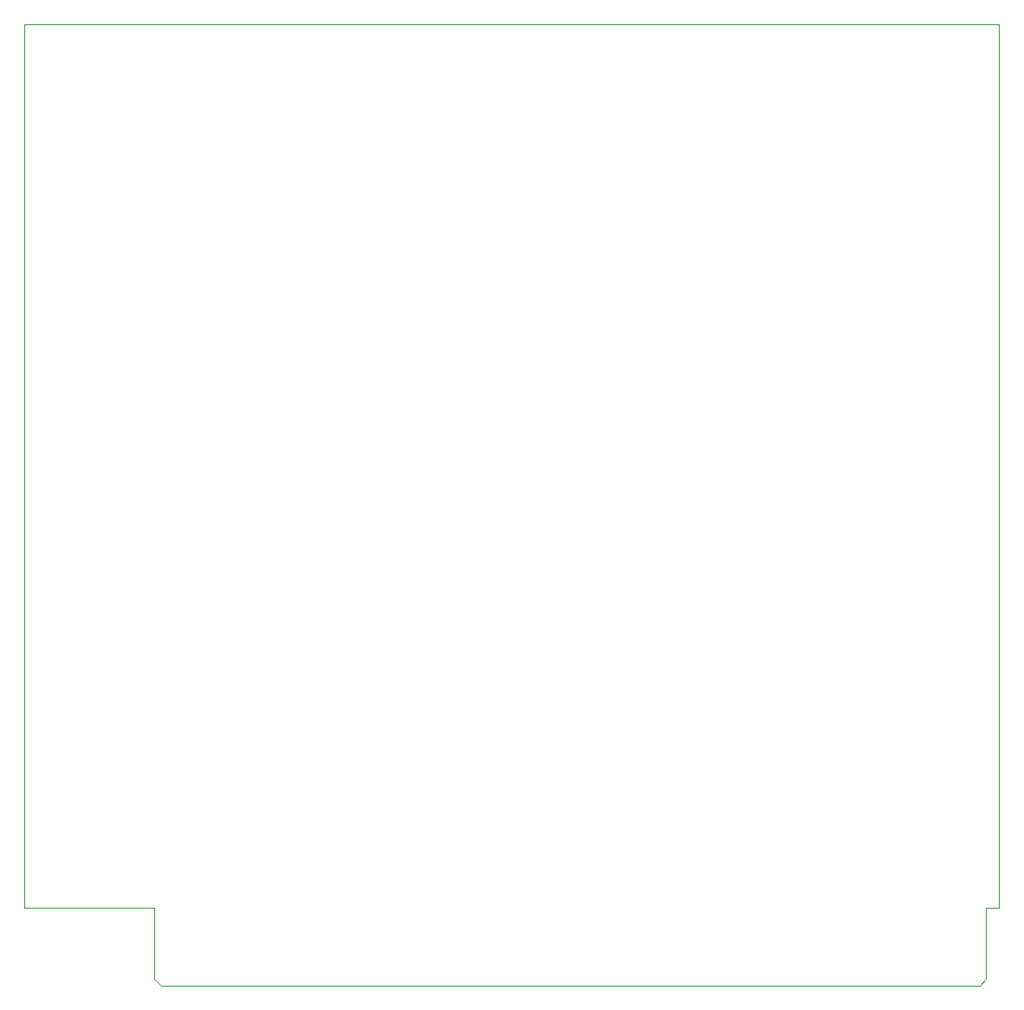
<source format=gbr>
%TF.GenerationSoftware,KiCad,Pcbnew,9.0.1*%
%TF.CreationDate,2025-07-02T19:30:22-06:00*%
%TF.ProjectId,transputer,7472616e-7370-4757-9465-722e6b696361,rev?*%
%TF.SameCoordinates,Original*%
%TF.FileFunction,Profile,NP*%
%FSLAX46Y46*%
G04 Gerber Fmt 4.6, Leading zero omitted, Abs format (unit mm)*
G04 Created by KiCad (PCBNEW 9.0.1) date 2025-07-02 19:30:22*
%MOMM*%
%LPD*%
G01*
G04 APERTURE LIST*
%TA.AperFunction,Profile*%
%ADD10C,0.050000*%
%TD*%
G04 APERTURE END LIST*
D10*
X111760000Y-133985000D02*
X111760000Y-127000000D01*
X192405000Y-134620000D02*
X193040000Y-133985000D01*
X99060000Y-40640000D02*
X194310000Y-40640000D01*
X99060000Y-127000000D02*
X99060000Y-40640000D01*
X111760000Y-133985000D02*
X112395000Y-134620000D01*
X112395000Y-134620000D02*
X192405000Y-134620000D01*
X194310000Y-127000000D02*
X193040000Y-127000000D01*
X111760000Y-127000000D02*
X99060000Y-127000000D01*
X194310000Y-40640000D02*
X194310000Y-127000000D01*
X193040000Y-133985000D02*
X193040000Y-127000000D01*
M02*

</source>
